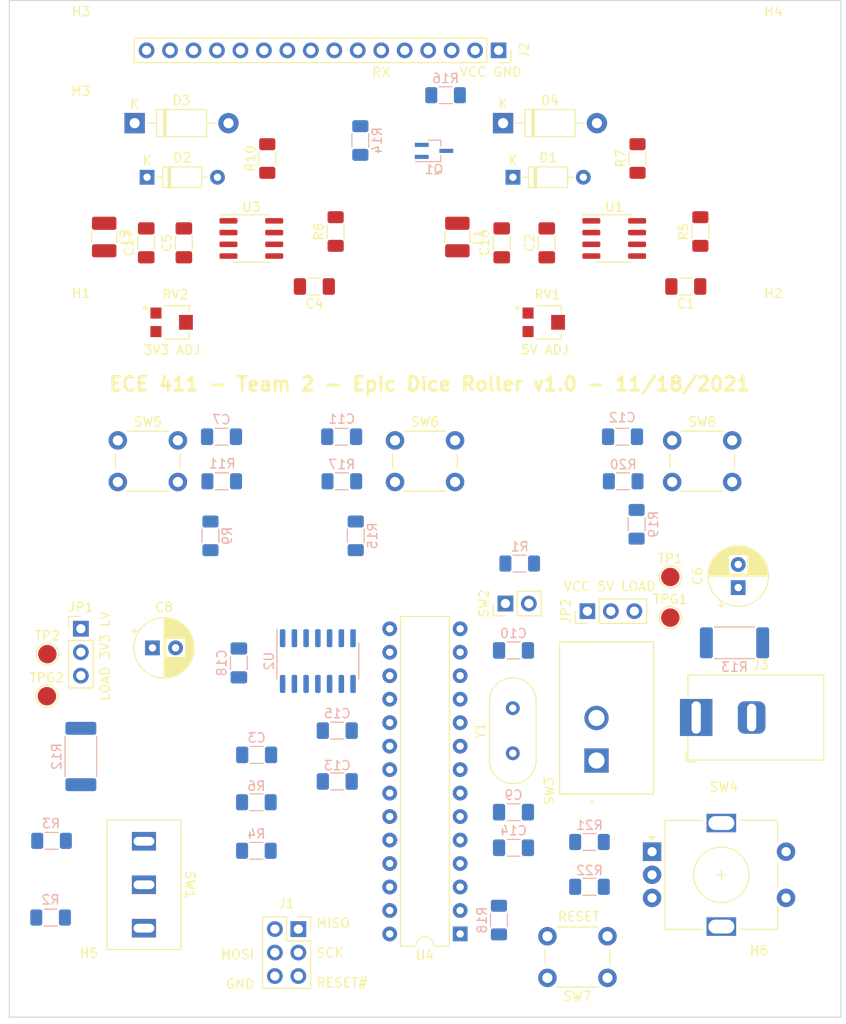
<source format=kicad_pcb>
(kicad_pcb (version 20211014) (generator pcbnew)
  (layers (0 "F.Cu" signal) (31 "B.Cu" signal) (34 "B.Paste" user) (35 "F.Paste" user) (36 "B.SilkS" user "B.Silkscreen") (37 "F.SilkS" user "F.Silkscreen") (38 "B.Mask" user) (39 "F.Mask" user) (44 "Edge.Cuts" user))
  (net 0 "")
  (net 1 "GND")
  (net 2 "Net-(D2-Pad1)")
  (net 3 "Net-(C9-Pad2)")
  (net 4 "VCC")
  (net 5 "Net-(D1-Pad1)")
  (net 6 "Net-(D1-Pad2)")
  (net 7 "Net-(D2-Pad2)")
  (net 8 "IO12_MISO_PB4")
  (net 9 "/Vin")
  (net 10 "IO13_SCK_PB5")
  (net 11 "IO11_MOSI_PB3")
  (net 12 "RESET#")
  (net 16 "IO8_PB0")
  (net 27 "IO9_PB1")
  (net 28 "AD1_PC1")
  (net 29 "AD0_PC0")
  (net 30 "Net-(R4-Pad2)")
  (net 31 "Net-(C2-Pad1)")
  (net 32 "Net-(R15-Pad2)")
  (net 33 "IO3_PD3")
  (net 34 "IO2_PD2")
  (net 35 "IO4_PD4")
  (net 36 "IO5_PD5")
  (net 37 "IO6_PD6")
  (net 38 "IO7_PD7")
  (net 39 "IO0_RX_PD0")
  (net 40 "IO10_SS_PB2")
  (net 41 "IO1_TX_PD1")
  (net 42 "AD2_PC2")
  (net 43 "AD3_PC3")
  (net 44 "AD4_PC4")
  (net 45 "AD5_PC5")
  (net 46 "+BATT")
  (net 47 "Net-(C5-Pad1)")
  (net 48 "Net-(C10-Pad2)")
  (net 49 "Net-(C13-Pad2)")
  (net 51 "LCD_RX")
  (net 52 "+3V3")
  (net 53 "Net-(R5-Pad2)")
  (net 54 "Net-(R8-Pad2)")
  (net 55 "Net-(R11-Pad1)")
  (net 56 "Net-(R19-Pad2)")
  (net 57 "Net-(RV1-Pad2)")
  (net 58 "Net-(RV2-Pad2)")
  (net 61 "/EncDebnc")
  (net 62 "/LeftDebn")
  (net 63 "/MidDebn")
  (net 64 "/RigDebn")
  (net 65 "Net-(R21-Pad1)")
  (net 66 "Net-(R22-Pad2)")
  (net 67 "/Load_3V3")
  (net 68 "/Load_VCC")
  (net 69 "/3V3")
  (footprint "MountingHole:MountingHole_3.2mm_M3" (layer "F.Cu") (at 179.7 55.9)
    (fp_text reference "H2" (at 0 -4.2) (layer "F.SilkS"))
    (fp_text value "MountingHole")
    (pad "" np_thru_hole circle locked (at 0 0) (size 3.2 3.2) (drill 3.2) (layers *.Cu *.Mask))
  )
  (footprint "Resistor_SMD:R_1206_3216Metric_Pad1.30x1.75mm_HandSolder" (layer "F.Cu") (at 132.325 45 90)
    (fp_text reference "R8" (at 0 -1.82 90) (layer "F.SilkS"))
    (fp_text value "0.33")
    (pad "1" smd roundrect locked (at -1.55 0 90) (size 1.3 1.75) (layers "F.Cu" "F.Paste" "F.Mask") (roundrect_rratio 0.192308) (net 9 "/Vin"))
    (pad "2" smd roundrect locked (at 1.55 0 90) (size 1.3 1.75) (layers "F.Cu" "F.Paste" "F.Mask") (roundrect_rratio 0.192308) (net 54 "Net-(R8-Pad2)"))
  )
  (footprint "Button_Switch_THT:SW_PUSH_6mm_H5mm" (layer "F.Cu") (at 168.75 67.6)
    (fp_text reference "SW8" (at 3.25 -2) (layer "F.SilkS"))
    (fp_text value "SW_RightMenu")
    (pad "1" thru_hole circle locked (at 6.5 0 90) (size 2 2) (drill 1.1) (layers *.Cu *.Mask) (net 1 "GND"))
    (pad "1" thru_hole circle locked (at 0 0 90) (size 2 2) (drill 1.1) (layers *.Cu *.Mask) (net 1 "GND"))
    (pad "2" thru_hole circle locked (at 0 4.5 90) (size 2 2) (drill 1.1) (layers *.Cu *.Mask) (net 56 "Net-(R19-Pad2)"))
    (pad "2" thru_hole circle locked (at 6.5 4.5 90) (size 2 2) (drill 1.1) (layers *.Cu *.Mask) (net 56 "Net-(R19-Pad2)"))
  )
  (footprint "Library:BarrelJack_CUI_PJ-037A_Horizontal" (layer "F.Cu") (at 171.35 97.5825 180)
    (fp_text reference "J3" (at -6.985 5.715) (layer "F.SilkS"))
    (fp_text value "Barrel_Jack")
    (pad "1" thru_hole rect (at 0 0 180) (size 3.5 4) (drill oval 1 3.5) (layers *.Cu *.Mask) (net 46 "+BATT"))
    (pad "2" thru_hole roundrect (at -6 0 180) (size 3 3.5) (drill oval 1 3) (layers *.Cu *.Mask) (net 1 "GND"))
  )
  (footprint "Package_SO:SOIC-8_3.9x4.9mm_P1.27mm" (layer "F.Cu") (at 123.2 45.75)
    (fp_text reference "U3" (at 0 -3.4) (layer "F.SilkS"))
    (fp_text value "MC34063AD")
    (pad "1" smd roundrect locked (at -2.475 -1.905) (size 1.95 0.6) (layers "F.Cu" "F.Paste" "F.Mask") (net 54 "Net-(R8-Pad2)"))
    (pad "2" smd roundrect locked (at -2.475 -0.635) (size 1.95 0.6) (layers "F.Cu" "F.Paste" "F.Mask") (net 2 "Net-(D2-Pad1)"))
    (pad "3" smd roundrect locked (at -2.475 0.635) (size 1.95 0.6) (layers "F.Cu" "F.Paste" "F.Mask") (net 47 "Net-(C5-Pad1)"))
    (pad "4" smd roundrect locked (at -2.475 1.905) (size 1.95 0.6) (layers "F.Cu" "F.Paste" "F.Mask") (net 1 "GND"))
    (pad "5" smd roundrect locked (at 2.475 1.905) (size 1.95 0.6) (layers "F.Cu" "F.Paste" "F.Mask") (net 58 "Net-(RV2-Pad2)"))
    (pad "6" smd roundrect locked (at 2.475 0.635) (size 1.95 0.6) (layers "F.Cu" "F.Paste" "F.Mask") (net 9 "/Vin"))
    (pad "7" smd roundrect locked (at 2.475 -0.635) (size 1.95 0.6) (layers "F.Cu" "F.Paste" "F.Mask") (net 54 "Net-(R8-Pad2)"))
    (pad "8" smd roundrect locked (at 2.475 -1.905) (size 1.95 0.6) (layers "F.Cu" "F.Paste" "F.Mask") (net 54 "Net-(R8-Pad2)"))
  )
  (footprint "Button_Switch_THT:SW_PUSH_6mm_H5mm" (layer "F.Cu") (at 138.75 67.6)
    (fp_text reference "SW6" (at 3.25 -2) (layer "F.SilkS"))
    (fp_text value "SW_MidMenu")
    (pad "1" thru_hole circle locked (at 0 0 90) (size 2 2) (drill 1.1) (layers *.Cu *.Mask) (net 1 "GND"))
    (pad "1" thru_hole circle locked (at 6.5 0 90) (size 2 2) (drill 1.1) (layers *.Cu *.Mask) (net 1 "GND"))
    (pad "2" thru_hole circle locked (at 0 4.5 90) (size 2 2) (drill 1.1) (layers *.Cu *.Mask) (net 32 "Net-(R15-Pad2)"))
    (pad "2" thru_hole circle locked (at 6.5 4.5 90) (size 2 2) (drill 1.1) (layers *.Cu *.Mask) (net 32 "Net-(R15-Pad2)"))
  )
  (footprint "Inductor_SMD:L_1210_3225Metric_Pad1.42x2.65mm_HandSolder" (layer "F.Cu") (at 107.275 45.595 -90)
    (fp_text reference "L2" (at 0 -2.28 -90) (layer "F.SilkS"))
    (fp_text value "100u")
    (pad "1" smd roundrect locked (at -1.4875 0 270) (size 1.425 2.65) (layers "F.Cu" "F.Paste" "F.Mask") (roundrect_rratio 0.175439) (net 2 "Net-(D2-Pad1)"))
    (pad "2" smd roundrect locked (at 1.4875 0 270) (size 1.425 2.65) (layers "F.Cu" "F.Paste" "F.Mask") (roundrect_rratio 0.175439) (net 69 "/3V3"))
  )
  (footprint "Resistor_SMD:R_1206_3216Metric_Pad1.30x1.75mm_HandSolder" (layer "F.Cu") (at 165 37.1 90)
    (fp_text reference "R7" (at 0 -1.82 90) (layer "F.SilkS"))
    (fp_text value "68")
    (pad "1" smd roundrect locked (at -1.55 0 90) (size 1.3 1.75) (layers "F.Cu" "F.Paste" "F.Mask") (roundrect_rratio 0.192308) (net 6 "Net-(D1-Pad2)"))
    (pad "2" smd roundrect locked (at 1.55 0 90) (size 1.3 1.75) (layers "F.Cu" "F.Paste" "F.Mask") (roundrect_rratio 0.192308) (net 1 "GND"))
  )
  (footprint "Diode_THT:D_DO-41_SOD81_P10.16mm_Horizontal" (layer "F.Cu") (at 150.445 33.275)
    (fp_text reference "D4" (at 5.08 -2.47) (layer "F.SilkS"))
    (fp_text value "SB140TA")
    (fp_text user "K" (at 0 -2.1) (layer "F.SilkS"))
    (pad "1" thru_hole rect locked (at 0 0) (size 2.2 2.2) (drill 1.1) (layers *.Cu *.Mask) (net 5 "Net-(D1-Pad1)"))
    (pad "2" thru_hole oval locked (at 10.16 0) (size 2.2 2.2) (drill 1.1) (layers *.Cu *.Mask) (net 1 "GND"))
  )
  (footprint "Capacitor_SMD:C_1206_3216Metric_Pad1.33x1.80mm_HandSolder" (layer "F.Cu") (at 150.3 46.225 90)
    (fp_text reference "C16" (at 0 -1.85 90) (layer "F.SilkS"))
    (fp_text value "10u")
    (pad "1" smd roundrect locked (at -1.5625 0 90) (size 1.325 1.8) (layers "F.Cu" "F.Paste" "F.Mask") (roundrect_rratio 0.188679) (net 4 "VCC"))
    (pad "2" smd roundrect locked (at 1.5625 0 90) (size 1.325 1.8) (layers "F.Cu" "F.Paste" "F.Mask") (roundrect_rratio 0.188679) (net 1 "GND"))
  )
  (footprint "TestPoint:TestPoint_Pad_D2.0mm" (layer "F.Cu") (at 168.55 82.375)
    (fp_text reference "TP1" (at 0 -1.998) (layer "F.SilkS"))
    (fp_text value "TestPointVCC")
    (pad "1" smd circle locked (at 0 0) (size 2 2) (layers "F.Cu" "F.Mask") (net 4 "VCC"))
  )
  (footprint "Capacitor_SMD:C_1206_3216Metric_Pad1.33x1.80mm_HandSolder" (layer "F.Cu") (at 155.175 46.225 90)
    (fp_text reference "C2" (at 0 -1.85 90) (layer "F.SilkS"))
    (fp_text value "470p")
    (pad "1" smd roundrect locked (at -1.5625 0 90) (size 1.325 1.8) (layers "F.Cu" "F.Paste" "F.Mask") (roundrect_rratio 0.188679) (net 31 "Net-(C2-Pad1)"))
    (pad "2" smd roundrect locked (at 1.5625 0 90) (size 1.325 1.8) (layers "F.Cu" "F.Paste" "F.Mask") (roundrect_rratio 0.188679) (net 1 "GND"))
  )
  (footprint "Resistor_SMD:R_1206_3216Metric_Pad1.30x1.75mm_HandSolder" (layer "F.Cu") (at 171.8 45 90)
    (fp_text reference "R5" (at 0 -1.82 90) (layer "F.SilkS"))
    (fp_text value "0.33")
    (pad "1" smd roundrect locked (at -1.55 0 90) (size 1.3 1.75) (layers "F.Cu" "F.Paste" "F.Mask") (roundrect_rratio 0.192308) (net 9 "/Vin"))
    (pad "2" smd roundrect locked (at 1.55 0 90) (size 1.3 1.75) (layers "F.Cu" "F.Paste" "F.Mask") (roundrect_rratio 0.192308) (net 53 "Net-(R5-Pad2)"))
  )
  (footprint "Library:TRIM_TC33X-2-502E" (layer "F.Cu") (at 114.675 54.825)
    (fp_text reference "RV2" (at 0.294315 -3.008465) (layer "F.SilkS") (effects (font (size 1.000165 1.000165))))
    (fp_text value "5k")
    (pad "1" smd rect locked (at -1.8 -1) (size 1.2 1.2) (layers "F.Cu" "F.Paste" "F.Mask") (net 69 "/3V3"))
    (pad "2" smd rect locked (at 1.45 0) (size 1.5 1.6) (layers "F.Cu" "F.Paste" "F.Mask") (net 58 "Net-(RV2-Pad2)"))
    (pad "3" smd rect locked (at -1.8 1) (size 1.2 1.2) (layers "F.Cu" "F.Paste" "F.Mask") (net 1 "GND"))
  )
  (footprint "TestPoint:TestPoint_Pad_D2.0mm" (layer "F.Cu") (at 168.55 86.775)
    (fp_text reference "TPG1" (at 0 -1.998) (layer "F.SilkS"))
    (fp_text value "TestPointGND")
    (pad "1" smd circle locked (at 0 0) (size 2 2) (layers "F.Cu" "F.Mask") (net 1 "GND"))
  )
  (footprint "Package_DIP:DIP-28_W7.62mm" (layer "F.Cu") (at 145.8 121 180)
    (fp_text reference "U4" (at 3.81 -2.33) (layer "F.SilkS"))
    (fp_text value "ATmega328P-P")
    (pad "1" thru_hole rect locked (at 0 0 180) (size 1.6 1.6) (drill 0.8) (layers *.Cu *.Mask) (net 12 "RESET#"))
    (pad "2" thru_hole oval locked (at 0 2.54 180) (size 1.6 1.6) (drill 0.8) (layers *.Cu *.Mask) (net 39 "IO0_RX_PD0"))
    (pad "3" thru_hole oval locked (at 0 5.08 180) (size 1.6 1.6) (drill 0.8) (layers *.Cu *.Mask) (net 41 "IO1_TX_PD1"))
    (pad "4" thru_hole oval locked (at 0 7.62 180) (size 1.6 1.6) (drill 0.8) (layers *.Cu *.Mask) (net 34 "IO2_PD2"))
    (pad "5" thru_hole oval locked (at 0 10.16 180) (size 1.6 1.6) (drill 0.8) (layers *.Cu *.Mask) (net 33 "IO3_PD3"))
    (pad "6" thru_hole oval locked (at 0 12.7 180) (size 1.6 1.6) (drill 0.8) (layers *.Cu *.Mask) (net 35 "IO4_PD4"))
    (pad "7" thru_hole oval locked (at 0 15.24 180) (size 1.6 1.6) (drill 0.8) (layers *.Cu *.Mask) (net 4 "VCC"))
    (pad "8" thru_hole oval locked (at 0 17.78 180) (size 1.6 1.6) (drill 0.8) (layers *.Cu *.Mask) (net 1 "GND"))
    (pad "9" thru_hole oval locked (at 0 20.32 180) (size 1.6 1.6) (drill 0.8) (layers *.Cu *.Mask) (net 3 "Net-(C9-Pad2)"))
    (pad "10" thru_hole oval locked (at 0 22.86 180) (size 1.6 1.6) (drill 0.8) (layers *.Cu *.Mask) (net 48 "Net-(C10-Pad2)"))
    (pad "11" thru_hole oval locked (at 0 25.4 180) (size 1.6 1.6) (drill 0.8) (layers *.Cu *.Mask) (net 36 "IO5_PD5"))
    (pad "12" thru_hole oval locked (at 0 27.94 180) (size 1.6 1.6) (drill 0.8) (layers *.Cu *.Mask) (net 37 "IO6_PD6"))
    (pad "13" thru_hole oval locked (at 0 30.48 180) (size 1.6 1.6) (drill 0.8) (layers *.Cu *.Mask) (net 38 "IO7_PD7"))
    (pad "14" thru_hole oval locked (at 0 33.02 180) (size 1.6 1.6) (drill 0.8) (layers *.Cu *.Mask) (net 16 "IO8_PB0"))
    (pad "15" thru_hole oval locked (at 7.62 33.02 180) (size 1.6 1.6) (drill 0.8) (layers *.Cu *.Mask) (net 27 "IO9_PB1"))
    (pad "16" thru_hole oval locked (at 7.62 30.48 180) (size 1.6 1.6) (drill 0.8) (layers *.Cu *.Mask) (net 40 "IO10_SS_PB2"))
    (pad "17" thru_hole oval locked (at 7.62 27.94 180) (size 1.6 1.6) (drill 0.8) (layers *.Cu *.Mask) (net 11 "IO11_MOSI_PB3"))
    (pad "18" thru_hole oval locked (at 7.62 25.4 180) (size 1.6 1.6) (drill 0.8) (layers *.Cu *.Mask) (net 8 "IO12_MISO_PB4"))
    (pad "19" thru_hole oval locked (at 7.62 22.86 180) (size 1.6 1.6) (drill 0.8) (layers *.Cu *.Mask) (net 10 "IO13_SCK_PB5"))
    (pad "20" thru_hole oval locked (at 7.62 20.32 180) (size 1.6 1.6) (drill 0.8) (layers *.Cu *.Mask) (net 4 "VCC"))
    (pad "21" thru_hole oval locked (at 7.62 17.78 180) (size 1.6 1.6) (drill 0.8) (layers *.Cu *.Mask) (net 49 "Net-(C13-Pad2)"))
    (pad "22" thru_hole oval locked (at 7.62 15.24 180) (size 1.6 1.6) (drill 0.8) (layers *.Cu *.Mask) (net 1 "GND"))
    (pad "23" thru_hole oval locked (at 7.62 12.7 180) (size 1.6 1.6) (drill 0.8) (layers *.Cu *.Mask) (net 29 "AD0_PC0"))
    (pad "24" thru_hole oval locked (at 7.62 10.16 180) (size 1.6 1.6) (drill 0.8) (layers *.Cu *.Mask) (net 28 "AD1_PC1"))
    (pad "25" thru_hole oval locked (at 7.62 7.62 180) (size 1.6 1.6) (drill 0.8) (layers *.Cu *.Mask) (net 42 "AD2_PC2"))
    (pad "26" thru_hole oval locked (at 7.62 5.08 180) (size 1.6 1.6) (drill 0.8) (layers *.Cu *.Mask) (net 43 "AD3_PC3"))
    (pad "27" thru_hole oval locked (at 7.62 2.54 180) (size 1.6 1.6) (drill 0.8) (layers *.Cu *.Mask) (net 44 "AD4_PC4"))
    (pad "28" thru_hole oval locked (at 7.62 0 180) (size 1.6 1.6) (drill 0.8) (layers *.Cu *.Mask) (net 45 "AD5_PC5"))
  )
  (footprint "MountingHole:MountingHole_3.2mm_M3" (layer "F.Cu") (at 101.6 125.7)
    (fp_text reference "H5" (at 4.025 -2.625) (layer "F.SilkS"))
    (fp_text value "MountingHole")
    (pad "" np_thru_hole circle locked (at 0 0) (size 3.2 3.2) (drill 3.2) (layers *.Cu *.Mask))
  )
  (footprint "Inductor_SMD:L_1210_3225Metric_Pad1.42x2.65mm_HandSolder" (layer "F.Cu") (at 145.5 45.595 -90)
    (fp_text reference "L1" (at 0 -2.28 -90) (layer "F.SilkS"))
    (fp_text value "100u")
    (pad "1" smd roundrect locked (at -1.4875 0 270) (size 1.425 2.65) (layers "F.Cu" "F.Paste" "F.Mask") (roundrect_rratio 0.175439) (net 5 "Net-(D1-Pad1)"))
    (pad "2" smd roundrect locked (at 1.4875 0 270) (size 1.425 2.65) (layers "F.Cu" "F.Paste" "F.Mask") (roundrect_rratio 0.175439) (net 4 "VCC"))
  )
  (footprint "MountingHole:MountingHole_3.2mm_M3" (layer "F.Cu") (at 179.7 25.4)
    (fp_text reference "H4" (at 0 -4.2) (layer "F.SilkS"))
    (fp_text value "MountingHole")
    (pad "" np_thru_hole circle locked (at 0 0) (size 3.2 3.2) (drill 3.2) (layers *.Cu *.Mask))
  )
  (footprint "Capacitor_THT:CP_Radial_D6.3mm_P2.50mm" (layer "F.Cu") (at 112.5 90.044887)
    (fp_text reference "C8" (at 1.25 -4.4) (layer "F.SilkS"))
    (fp_text value "470u")
    (pad "1" thru_hole rect locked (at 0 0) (size 1.6 1.6) (drill 0.8) (layers *.Cu *.Mask) (net 69 "/3V3"))
    (pad "2" thru_hole circle locked (at 2.5 0) (size 1.6 1.6) (drill 0.8) (layers *.Cu *.Mask) (net 1 "GND"))
  )
  (footprint "Diode_THT:D_DO-41_SOD81_P10.16mm_Horizontal" (layer "F.Cu") (at 110.57 33.275)
    (fp_text reference "D3" (at 5.08 -2.47) (layer "F.SilkS"))
    (fp_text value "SB140TA")
    (fp_text user "K" (at 0 -2.1) (layer "F.SilkS"))
    (pad "1" thru_hole rect locked (at 0 0) (size 2.2 2.2) (drill 1.1) (layers *.Cu *.Mask) (net 2 "Net-(D2-Pad1)"))
    (pad "2" thru_hole oval locked (at 10.16 0) (size 2.2 2.2) (drill 1.1) (layers *.Cu *.Mask) (net 1 "GND"))
  )
  (footprint "Capacitor_THT:CP_Radial_D6.3mm_P2.50mm" (layer "F.Cu") (at 175.9 83.525 90)
    (fp_text reference "C6" (at 1.25 -4.4 90) (layer "F.SilkS"))
    (fp_text value "470u")
    (pad "1" thru_hole rect locked (at 0 0 90) (size 1.6 1.6) (drill 0.8) (layers *.Cu *.Mask) (net 4 "VCC"))
    (pad "2" thru_hole circle locked (at 2.5 0 90) (size 1.6 1.6) (drill 0.8) (layers *.Cu *.Mask) (net 1 "GND"))
  )
  (footprint "Crystal:Crystal_HC49-4H_Vertical" (layer "F.Cu") (at 151.5 101.45 90)
    (fp_text reference "Y1" (at 2.44 -3.525 90) (layer "F.SilkS"))
    (fp_text value "Crystal_16MHz")
    (pad "1" thru_hole circle locked (at 0 0 90) (size 1.5 1.5) (drill 0.8) (layers *.Cu *.Mask) (net 3 "Net-(C9-Pad2)"))
    (pad "2" thru_hole circle locked (at 4.88 0 90) (size 1.5 1.5) (drill 0.8) (layers *.Cu *.Mask) (net 48 "Net-(C10-Pad2)"))
  )
  (footprint "GF-123-0054:SW_GF-123-0054" (layer "F.Cu") (at 161.65 97.6325 90)
    (fp_text reference "SW3" (at -7.8925 -6.2 90) (layer "F.SilkS"))
    (fp_text value "SW_Power")
    (pad "1" thru_hole rect locked (at -4.6 -1.09 90) (size 2.625 2.625) (drill 1.75) (layers *.Cu *.Mask) (net 46 "+BATT"))
    (pad "2" thru_hole circle locked (at 0 -1.09 90) (size 2.625 2.625) (drill 1.75) (layers *.Cu *.Mask) (net 9 "/Vin"))
  )
  (footprint "Connector_PinSocket_2.54mm:PinSocket_2x03_P2.54mm_Vertical" (layer "F.Cu") (at 128.29 120.475)
    (fp_text reference "J1" (at -1.27 -2.77) (layer "F.SilkS"))
    (fp_text value "Conn_02x03_Odd_Even")
    (pad "1" thru_hole rect locked (at 0 0) (size 1.7 1.7) (drill 1) (layers *.Cu *.Mask) (net 8 "IO12_MISO_PB4"))
    (pad "2" thru_hole oval locked (at -2.54 0) (size 1.7 1.7) (drill 1) (layers *.Cu *.Mask))
    (pad "3" thru_hole oval locked (at 0 2.54) (size 1.7 1.7) (drill 1) (layers *.Cu *.Mask) (net 10 "IO13_SCK_PB5"))
    (pad "4" thru_hole oval locked (at -2.54 2.54) (size 1.7 1.7) (drill 1) (layers *.Cu *.Mask) (net 11 "IO11_MOSI_PB3"))
    (pad "5" thru_hole oval locked (at 0 5.08) (size 1.7 1.7) (drill 1) (layers *.Cu *.Mask) (net 12 "RESET#"))
    (pad "6" thru_hole oval locked (at -2.54 5.08) (size 1.7 1.7) (drill 1) (layers *.Cu *.Mask) (net 1 "GND"))
  )
  (footprint "Diode_THT:D_DO-35_SOD27_P7.62mm_Horizontal" (layer "F.Cu") (at 111.915 39.125)
    (fp_text reference "D2" (at 3.81 -2.12) (layer "F.SilkS"))
    (fp_text value "BZX55C3V9")
    (fp_text user "K" (at 0 -1.8) (layer "F.SilkS"))
    (pad "1" thru_hole rect locked (at 0 0) (size 1.6 1.6) (drill 0.8) (layers *.Cu *.Mask) (net 2 "Net-(D2-Pad1)"))
    (pad "2" thru_hole oval locked (at 7.62 0) (size 1.6 1.6) (drill 0.8) (layers *.Cu *.Mask) (net 7 "Net-(D2-Pad2)"))
  )
  (footprint "Rotary_Encoder:RotaryEncoder_Alps_EC11E-Switch_Vertical_H20mm" (layer "F.Cu") (at 166.575 112.1)
    (fp_text reference "SW4" (at 7.785 -7.005) (layer "F.SilkS"))
    (fp_text value "RotaryEncoder_Switch")
    (pad "A" thru_hole rect locked (at 0 0) (size 2 2) (drill 1) (layers *.Cu *.Mask) (net 65 "Net-(R21-Pad1)"))
    (pad "B" thru_hole circle locked (at 0 5) (size 2 2) (drill 1) (layers *.Cu *.Mask) (net 66 "Net-(R22-Pad2)"))
    (pad "C" thru_hole circle locked (at 0 2.5) (size 2 2) (drill 1) (layers *.Cu *.Mask) (net 1 "GND"))
    (pad "MP" thru_hole rect locked (at 7.5 8.1) (size 3.2 2) (drill oval 2.8 1.5) (layers *.Cu *.Mask) (net 1 "GND"))
    (pad "MP" thru_hole rect locked (at 7.5 -3.1) (size 3.2 2) (drill oval 2.8 1.5) (layers *.Cu *.Mask) (net 1 "GND"))
    (pad "S1" thru_hole circle locked (at 14.5 5) (size 2 2) (drill 1) (layers *.Cu *.Mask) (net 30 "Net-(R4-Pad2)"))
    (pad "S2" thru_hole circle locked (at 14.5 0) (size 2 2) (drill 1) (layers *.Cu *.Mask) (net 1 "GND"))
  )
  (footprint "TestPoint:TestPoint_Pad_D2.0mm" (layer "F.Cu") (at 101.125 90.725)
    (fp_text reference "TP2" (at 0 -1.998) (layer "F.SilkS"))
    (fp_text value "TestPoint3V3")
    (pad "1" smd circle locked (at 0 0) (size 2 2) (layers "F.Cu" "F.Mask") (net 69 "/3V3"))
  )
  (footprint "Connector_PinHeader_2.54mm:PinHeader_1x03_P2.54mm_Vertical" (layer "F.Cu") (at 104.75 87.975)
    (fp_text reference "JP1" (at 0 -2.33) (layer "F.SilkS"))
    (fp_text value "Jumper_3_Open")
    (pad "1" thru_hole rect locked (at 0 0) (size 1.7 1.7) (drill 1) (layers *.Cu *.Mask) (net 52 "+3V3"))
    (pad "2" thru_hole oval locked (at 0 2.54) (size 1.7 1.7) (drill 1) (layers *.Cu *.Mask) (net 69 "/3V3"))
    (pad "3" thru_hole oval locked (at 0 5.08) (size 1.7 1.7) (drill 1) (layers *.Cu *.Mask) (net 67 "/Load_3V3"))
  )
  (footprint "Capacitor_SMD:C_1206_3216Metric_Pad1.33x1.80mm_HandSolder" (layer "F.Cu") (at 170.225 50.95 180)
    (fp_text reference "C1" (at 0 -1.85) (layer "F.SilkS"))
    (fp_text value "100u")
    (pad "1" smd roundrect locked (at -1.5625 0 180) (size 1.325 1.8) (layers "F.Cu" "F.Paste" "F.Mask") (roundrect_rratio 0.188679) (net 9 "/Vin"))
    (pad "2" smd roundrect locked (at 1.5625 0 180) (size 1.325 1.8) (layers "F.Cu" "F.Paste" "F.Mask") (roundrect_rratio 0.188679) (net 1 "GND"))
  )
  (footprint "Button_Switch_THT:SW_PUSH_6mm_H5mm" (layer "F.Cu") (at 108.75 67.6)
    (fp_text reference "SW5" (at 3.25 -2) (layer "F.SilkS"))
    (fp_text value "SW_LeftMenu")
    (pad "1" thru_hole circle locked (at 0 0 90) (size 2 2) (drill 1.1) (layers *.Cu *.Mask) (net 1 "GND"))
    (pad "1" thru_hole circle locked (at 6.5 0 90) (size 2 2) (drill 1.1) (layers *.Cu *.Mask) (net 1 "GND"))
    (pad "2" thru_hole circle locked (at 6.5 4.5 90) (size 2 2) (drill 1.1) (layers *.Cu *.Mask) (net 55 "Net-(R11-Pad1)"))
    (pad "2" thru_hole circle locked (at 0 4.5 90) (size 2 2) (drill 1.1) (layers *.Cu *.Mask) (net 55 "Net-(R11-Pad1)"))
  )
  (footprint "TestPoint:TestPoint_Pad_D2.0mm" (layer "F.Cu") (at 101.075 95.275)
    (fp_text reference "TPG2" (at 0 -1.998) (layer "F.SilkS"))
    (fp_text value "TestPointGND")
    (pad "1" smd circle locked (at 0 0) (size 2 2) (layers "F.Cu" "F.Mask") (net 1 "GND"))
  )
  (footprint "MountingHole:MountingHole_3.2mm_M3" (layer "F.Cu") (at 104.775 55.875)
    (fp_text reference "H1" (at 0 -4.2) (layer "F.SilkS"))
    (fp_text value "MountingHole")
    (pad "" np_thru_hole circle locked (at 0 0) (size 3.2 3.2) (drill 3.2) (layers *.Cu *.Mask))
  )
  (footprint "Connector_PinHeader_2.54mm:PinHeader_1x03_P2.54mm_Vertical" (layer "F.Cu") (at 159.575 86.075 90)
    (fp_text reference "JP2" (at 0 -2.33 90) (layer "F.SilkS"))
    (fp_text value "Jumper_3_Open")
    (pad "1" thru_hole rect locked (at 0 0 90) (size 1.7 1.7) (drill 1) (layers *.Cu *.Mask) (net 4 "VCC"))
    (pad "2" thru_hole oval locked (at 0 2.54 90) (size 1.7 1.7) (drill 1) (layers *.Cu *.Mask) (net 4 "VCC"))
    (pad "3" thru_hole oval locked (at 0 5.08 90) (size 1.7 1.7) (drill 1) (layers *.Cu *.Mask) (net 68 "/Load_VCC"))
  )
  (footprint "Library:PinSocket_1x16_P2.54mm_Vertical_LCD" (layer "F.Cu") (at 149.9616 25.4 -90)
    (fp_text reference "J2" (at 0 -2.77 -270) (layer "F.SilkS"))
    (fp_text value "Conn_01x16")
    (pad "1" thru_hole rect (at 0 0 270) (size 1.7 1.7) (drill 1) (layers *.Cu *.Mask) (net 1 "GND"))
    (pad "2" thru_hole oval (at 0 2.54 270) (size 1.7 1.7) (drill 1) (layers *.Cu *.Mask) (net 4 "VCC"))
    (pad "3" thru_hole oval (at 0 5.08 270) (size 1.7 1.7) (drill 1) (layers *.Cu *.Mask))
    (pad "4" thru_hole oval (at 0 7.62 270) (size 1.7 1.7) (drill 1) (layers *.Cu *.Mask))
    (pad "5" thru_hole oval (at 0 10.16 270) (size 1.7 1.7) (drill 1) (layers *.Cu *.Mask))
    (pad "6" thru_hole oval (at 0 12.7 270) (size 1.7 1.7) (drill 1) (layers *.Cu *.Mask) (net 51 "LCD_RX"))
    (pad "7" thru_hole oval (at 0 15.24 270) (size 1.7 1.7) (drill 1) (layers *.Cu *.Mask))
    (pad "8" thru_hole oval (at 0 17.78 270) (size 1.7 1.7) (drill 1) (layers *.Cu *.Mask))
    (pad "9" thru_hole oval (at 0 20.32 270) (size 1.7 1.7) (drill 1) (layers *.Cu *.Mask))
    (pad "10" thru_hole oval (at 0 22.86 270) (size 1.7 1.7) (drill 1) (layers *.Cu *.Mask))
    (pad "11" thru_hole oval (at 0 25.4 270) (size 1.7 1.7) (drill 1) (layers *.Cu *.Mask))
    (pad "12" thru_hole oval (at 0 27.94 270) (size 1.7 1.7) (drill 1) (layers *.Cu *.Mask))
    (pad "13" thru_hole oval (at 0 30.48 270) (size 1.7 1.7) (drill 1) (layers *.Cu *.Mask))
    (pad "14" thru_hole oval (at 0 33.02 270) (size 1.7 1.7) (drill 1) (layers *.Cu *.Mask))
    (pad "15" thru_hole oval (at 0 35.56 270) (size 1.7 1.7) (drill 1) (layers *.Cu *.Mask))
    (pad "16" thru_hole oval (at 0 38.1 270) (size 1.7 1.7) (drill 1) (layers *.Cu *.Mask))
  )
  (footprint "Package_SO:SOIC-8_3.9x4.9mm_P1.27mm" (layer "F.Cu") (at 162.475 45.75)
    (fp_text reference "U1" (at 0 -3.4) (layer "F.SilkS"))
    (fp_text value "MC34063AD")
    (pad "1" smd roundrect locked (at -2.475 -1.905) (size 1.95 0.6) (layers "F.Cu" "F.Paste" "F.Mask") (net 53 "Net-(R5-Pad2)"))
    (pad "2" smd roundrect locked (at -2.475 -0.635) (size 1.95 0.6) (layers "F.Cu" "F.Paste" "F.Mask") (net 5 "Net-(D1-Pad1)"))
    (pad "3" smd roundrect locked (at -2.475 0.635) (size 1.95 0.6) (layers "F.Cu" "F.Paste" "F.Mask") (net 31 "Net-(C2-Pad1)"))
    (pad "4" smd roundrect locked (at -2.475 1.905) (size 1.95 0.6) (layers "F.Cu" "F.Paste" "F.Mask") (net 1 "GND"))
    (pad "5" smd roundrect locked (at 2.475 1.905) (size 1.95 0.6) (layers "F.Cu" "F.Paste" "F.Mask") (net 57 "Net-(RV1-Pad2)"))
    (pad "6" smd roundrect locked (at 2.475 0.635) (size 1.95 0.6) (layers "F.Cu" "F.Paste" "F.Mask") (net 9 "/Vin"))
    (pad "7" smd roundrect locked (at 2.475 -0.635) (size 1.95 0.6) (layers "F.Cu" "F.Paste" "F.Mask") (net 53 "Net-(R5-Pad2)"))
    (pad "8" smd roundrect locked (at 2.475 -1.905) (size 1.95 0.6) (layers "F.Cu" "F.Paste" "F.Mask") (net 53 "Net-(R5-Pad2)"))
  )
  (footprint "MountingHole:MountingHole_3.2mm_M3" (layer "F.Cu") (at 104.775 25.4)
    (fp_text reference "H3" (at 0 -4.2) (layer "F.SilkS"))
    (fp_text value "MountingHole")
    (pad "" np_thru_hole circle locked (at 0 0) (size 3.2 3.2) (drill 3.2) (layers *.Cu *.Mask))
  )
  (footprint "Library:TRIM_TC33X-2-502E" (layer "F.Cu") (at 154.95 54.825)
    (fp_text reference "RV1" (at 0.294315 -3.008465) (layer "F.SilkS") (effects (font (size 1.000165 1.000165))))
    (fp_text value "5k")
    (pad "1" smd rect locked (at -1.8 -1) (size 1.2 1.2) (layers "F.Cu" "F.Paste" "F.Mask") (net 4 "VCC"))
    (pad "2" smd rect locked (at 1.45 0) (size 1.5 1.6) (layers "F.Cu" "F.Paste" "F.Mask") (net 57 "Net-(RV1-Pad2)"))
    (pad "3" smd rect locked (at -1.8 1) (size 1.2 1.2) (layers "F.Cu" "F.Paste" "F.Mask") (net 1 "GND"))
  )
  (footprint "Diode_THT:D_DO-35_SOD27_P7.62mm_Horizontal" (layer "F.Cu") (at 151.515 39.125)
    (fp_text reference "D1" (at 3.81 -2.12) (layer "F.SilkS"))
    (fp_text value "BZX55C5V1")
    (fp_text user "K" (at 0 -1.8) (layer "F.SilkS"))
    (pad "1" thru_hole rect locked (at 0 0) (size 1.6 1.6) (drill 0.8) (layers *.Cu *.Mask) (net 5 "Net-(D1-Pad1)"))
    (pad "2" thru_hole oval locked (at 7.62 0) (size 1.6 1.6) (drill 0.8) (layers *.Cu *.Mask) (net 6 "Net-(D1-Pad2)"))
  )
  (footprint "Capacitor_SMD:C_1206_3216Metric_Pad1.33x1.80mm_HandSolder" (layer "F.Cu") (at 111.825 46.225 90)
    (fp_text reference "C17" (at 0 -1.85 90) (layer "F.SilkS"))
    (fp_text value "10u")
    (pad "1" smd roundrect locked (at -1.5625 0 90) (size 1.325 1.8) (layers "F.Cu" "F.Paste" "F.Mask") (roundrect_rratio 0.188679) (net 69 "/3V3"))
    (pad "2" smd roundrect locked (at 1.5625 0 90) (size 1.325 1.8) (layers "F.Cu" "F.Paste" "F.Mask") (roundrect_rratio 0.188679) (net 1 "GND"))
  )
  (footprint "Connector_PinHeader_2.54mm:PinHeader_1x02_P2.54mm_Vertical" (layer "F.Cu") (at 150.7 85.25 90)
    (fp_text reference "SW2" (at 0 -2.33 90) (layer "F.SilkS"))
    (fp_text value "Tilt_Switch")
    (pad "1" thru_hole rect locked (at 0 0 90) (size 1.7 1.7) (drill 1) (layers *.Cu *.Mask) (net 38 "IO7_PD7"))
    (pad "2" thru_hole oval locked (at 0 2.54 90) (size 1.7 1.7) (drill 1) (layers *.Cu *.Mask) (net 1 "GND"))
  )
  (footprint "Capacitor_SMD:C_1206_3216Metric_Pad1.33x1.80mm_HandSolder" (layer "F.Cu") (at 130.025 50.95 180)
    (fp_text reference "C4" (at 0 -1.85) (layer "F.SilkS"))
    (fp_text value "100u")
    (pad "1" smd roundrect locked (at -1.5625 0 180) (size 1.325 1.8) (layers "F.Cu" "F.Paste" "F.Mask") (roundrect_rratio 0.188679) (net 9 "/Vin"))
    (pad "2" smd roundrect locked (at 1.5625 0 180) (size 1.325 1.8) (layers "F.Cu" "F.Paste" "F.Mask") (roundrect_rratio 0.188679) (net 1 "GND"))
  )
  (footprint "MountingHole:MountingHole_3.2mm_M3" (layer "F.Cu") (at 182.425 125.675)
    (fp_text reference "H6" (at -4.275 -2.875) (layer "F.SilkS"))
    (fp_text value "MountingHole")
    (pad "" np_thru_hole circle locked (at 0 0) (size 3.2 3.2) (drill 3.2) (layers *.Cu *.Mask))
  )
  (footprint "Capacitor_SMD:C_1206_3216Metric_Pad1.33x1.80mm_HandSolder" (layer "F.Cu") (at 115.9 46.225 90)
    (fp_text reference "C5" (at 0 -1.85 90) (layer "F.SilkS"))
    (fp_text value "470p")
    (pad "1" smd roundrect locked (at -1.5625 0 90) (size 1.325 1.8) (layers "F.Cu" "F.Paste" "F.Mask") (roundrect_rratio 0.188679) (net 47 "Net-(C5-Pad1)"))
    (pad "2" smd roundrect locked (at 1.5625 0 90) (size 1.325 1.8) (layers "F.Cu" "F.Paste" "F.Mask") (roundrect_rratio 0.188679) (net 1 "GND"))
  )
  (footprint "Resistor_SMD:R_1206_3216Metric_Pad1.30x1.75mm_HandSolder" (layer "F.Cu") (at 124.925 37.1 90)
    (fp_text reference "R10" (at 0 -1.82 90) (layer "F.SilkS"))
    (fp_text value "120")
    (pad "1" smd roundrect locked (at -1.55 0 90) (size 1.3 1.75) (layers "F.Cu" "F.Paste" "F.Mask") (roundrect_rratio 0.192308) (net 7 "Net-(D2-Pad2)"))
    (pad "2" smd roundrect locked (at 1.55 0 90) (size 1.3 1.75) (layers "F.Cu" "F.Paste" "F.Mask") (roundrect_rratio 0.192308) (net 1 "GND"))
  )
  (footprint "Button_Switch_THT:SW_PUSH_6mm_H5mm" (layer "F.Cu") (at 161.75 125.75 180)
    (fp_text reference "SW7" (at 3.25 -2) (layer "F.SilkS"))
    (fp_text value "SW_Reset")
    (pad "1" thru_hole circle locked (at 0 0 270) (size 2 2) (drill 1.1) (layers *.Cu *.Mask) (net 1 "GND"))
    (pad "1" thru_hole circle locked (at 6.5 0 270) (size 2 2) (drill 1.1) (layers *.Cu *.Mask) (net 1 "GND"))
    (pad "2" thru_hole circle locked (at 6.5 4.5 270) (size 2 2) (drill 1.1) (layers *.Cu *.Mask) (net 12 "RESET#"))
    (pad "2" thru_hole circle locked (at 0 4.5 270) (size 2 2) (drill 1.1) (layers *.Cu *.Mask) (net 12 "RESET#"))
  )
  (footprint "Library:GoldSun_MTS103_Mini_Toggle_Switch" (layer "F.Cu") (at 111.575 115.675 -90)
    (fp_text reference "SW1" (at 0 -5 -90 unlocked) (layer "F.SilkS"))
    (fp_text value "SW_Toggle_SPDT")
    (pad "1" thru_hole rect (at -4.7 0 270) (size 2 2.6) (drill oval 0.95 2.25) (layers *.Cu *.Mask) (net 42 "AD2_PC2"))
    (pad "2" thru_hole rect (at 0 0 270) (size 2 2.6) (drill oval 0.95 2.25) (layers *.Cu *.Mask) (net 1 "GND"))
    (pad "3" thru_hole rect (at 4.7 0 270) (size 2 2.6) (drill oval 0.95 2.25) (layers *.Cu *.Mask) (net 43 "AD3_PC3"))
  )
  (footprint "Resistor_SMD:R_1206_3216Metric_Pad1.30x1.75mm_HandSolder" (layer "B.Cu") (at 119.995 72.025)
    (fp_text reference "R11" (at 0.055 -1.9) (layer "B.SilkS") (effects (justify mirror)))
    (fp_text value "1k")
    (pad "1" smd roundrect locked (at -1.55 0) (size 1.3 1.75) (layers "B.Cu" "B.Paste" "B.Mask") (roundrect_rratio 0.192308) (net 55 "Net-(R11-Pad1)"))
    (pad "2" smd roundrect locked (at 1.55 0) (size 1.3 1.75) (layers "B.Cu" "B.Paste" "B.Mask") (roundrect_rratio 0.192308) (net 62 "/LeftDebn"))
  )
  (footprint "Capacitor_SMD:C_1206_3216Metric_Pad1.33x1.80mm_HandSolder" (layer "B.Cu") (at 119.975 67.2 180)
    (fp_text reference "C7" (at 0 1.85) (layer "B.SilkS") (effects (justify mirror)))
    (fp_text value "10u")
    (pad "1" smd roundrect locked (at -1.5625 0 180) (size 1.325 1.8) (layers "B.Cu" "B.Paste" "B.Mask") (roundrect_rratio 0.188679) (net 62 "/LeftDebn"))
    (pad "2" smd roundrect locked (at 1.5625 0 180) (size 1.325 1.8) (layers "B.Cu" "B.Paste" "B.Mask") (roundrect_rratio 0.188679) (net 1 "GND"))
  )
  (footprint "Capacitor_SMD:C_1206_3216Metric_Pad1.33x1.80mm_HandSolder" (layer "B.Cu") (at 132.975 67.2)
    (fp_text reference "C11" (at 0 -1.925) (layer "B.SilkS") (effects (justify mirror)))
    (fp_text value "10u")
    (pad "1" smd roundrect locked (at -1.5625 0) (size 1.325 1.8) (layers "B.Cu" "B.Paste" "B.Mask") (roundrect_rratio 0.188679) (net 63 "/MidDebn"))
    (pad "2" smd roundrect locked (at 1.5625 0) (size 1.325 1.8) (layers "B.Cu" "B.Paste" "B.Mask") (roundrect_rratio 0.188679) (net 1 "GND"))
  )
  (footprint "Capacitor_SMD:C_1206_3216Metric_Pad1.33x1.80mm_HandSolder" (layer "B.Cu") (at 163.375 67.2)
    (fp_text reference "C12" (at -0.03 -2.075) (layer "B.SilkS") (effects (justify mirror)))
    (fp_text value "10u")
    (pad "1" smd roundrect locked (at -1.5625 0) (size 1.325 1.8) (layers "B.Cu" "B.Paste" "B.Mask") (roundrect_rratio 0.188679) (net 64 "/RigDebn"))
    (pad "2" smd roundrect locked (at 1.5625 0) (size 1.325 1.8) (layers "B.Cu" "B.Paste" "B.Mask") (roundrect_rratio 0.188679) (net 1 "GND"))
  )
  (footprint "Resistor_SMD:R_1206_3216Metric_Pad1.30x1.75mm_HandSolder" (layer "B.Cu") (at 132.995 72.025 180)
    (fp_text reference "R17" (at 0 1.82) (layer "B.SilkS") (effects (justify mirror)))
    (fp_text value "1k")
    (pad "1" smd roundrect locked (at -1.55 0 180) (size 1.3 1.75) (layers "B.Cu" "B.Paste" "B.Mask") (roundrect_rratio 0.192308) (net 32 "Net-(R15-Pad2)"))
    (pad "2" smd roundrect locked (at 1.55 0 180) (size 1.3 1.75) (layers "B.Cu" "B.Paste" "B.Mask") (roundrect_rratio 0.192308) (net 63 "/MidDebn"))
  )
  (footprint "Resistor_SMD:R_1206_3216Metric_Pad1.30x1.75mm_HandSolder" (layer "B.Cu") (at 150 119.5 -90)
    (fp_text reference "R18" (at 0 1.82 90) (layer "B.SilkS") (effects (justify mirror)))
    (fp_text value "10k")
    (pad "1" smd roundrect locked (at -1.55 0 270) (size 1.3 1.75) (layers "B.Cu" "B.Paste" "B.Mask") (roundrect_rratio 0.192308) (net 4 "VCC"))
    (pad "2" smd roundrect locked (at 1.55 0 270) (size 1.3 1.75) (layers "B.Cu" "B.Paste" "B.Mask") (roundrect_rratio 0.192308) (net 12 "RESET#"))
  )
  (footprint "Resistor_SMD:R_1206_3216Metric_Pad1.30x1.75mm_HandSolder" (layer "B.Cu") (at 152.25 80.925 180)
    (fp_text reference "R1" (at 0 1.82) (layer "B.SilkS") (effects (justify mirror)))
    (fp_text value "10k")
    (pad "1" smd roundrect locked (at -1.55 0 180) (size 1.3 1.75) (layers "B.Cu" "B.Paste" "B.Mask") (roundrect_rratio 0.192308) (net 4 "VCC"))
    (pad "2" smd roundrect locked (at 1.55 0 180) (size 1.3 1.75) (layers "B.Cu" "B.Paste" "B.Mask") (roundrect_rratio 0.192308) (net 38 "IO7_PD7"))
  )
  (footprint "Resistor_SMD:R_1206_3216Metric_Pad1.30x1.75mm_HandSolder" (layer "B.Cu") (at 164.9 76.675 90)
    (fp_text reference "R19" (at 0 1.82 90) (layer "B.SilkS") (effects (justify mirror)))
    (fp_text value "1k")
    (pad "1" smd roundrect locked (at -1.55 0 90) (size 1.3 1.75) (layers "B.Cu" "B.Paste" "B.Mask") (roundrect_rratio 0.192308) (net 4 "VCC"))
    (pad "2" smd roundrect locked (at 1.55 0 90) (size 1.3 1.75) (layers "B.Cu" "B.Paste" "B.Mask") (roundrect_rratio 0.192308) (net 56 "Net-(R19-Pad2)"))
  )
  (footprint "Capacitor_SMD:C_1206_3216Metric_Pad1.33x1.80mm_HandSolder" (layer "B.Cu") (at 151.575 107.825 180)
    (fp_text reference "C9" (at 0 1.85) (layer "B.SilkS") (effects (justify mirror)))
    (fp_text value "30p")
    (pad "1" smd roundrect locked (at -1.5625 0 180) (size 1.325 1.8) (layers "B.Cu" "B.Paste" "B.Mask") (roundrect_rratio 0.188679) (net 1 "GND"))
    (pad "2" smd roundrect locked (at 1.5625 0 180) (size 1.325 1.8) (layers "B.Cu" "B.Paste" "B.Mask") (roundrect_rratio 0.188679) (net 3 "Net-(C9-Pad2)"))
  )
  (footprint "Package_TO_SOT_SMD:SOT-323_SC-70_Handsoldering" (layer "B.Cu") (at 142.975 36.275)
    (fp_text reference "Q1" (at 0 2) (layer "B.SilkS") (effects (justify mirror)))
    (fp_text value "BSS138")
    (pad "1" smd rect locked (at -1.33 0.65 90) (size 0.45 1.5) (layers "B.Cu" "B.Paste" "B.Mask") (net 52 "+3V3"))
    (pad "2" smd rect locked (at -1.33 -0.65 90) (size 0.45 1.5) (layers "B.Cu" "B.Paste" "B.Mask") (net 51 "LCD_RX"))
    (pad "3" smd rect locked (at 1.33 0 90) (size 0.45 1.5) (layers "B.Cu" "B.Paste" "B.Mask") (net 27 "IO9_PB1"))
  )
  (footprint "Resistor_SMD:R_1206_3216Metric_Pad1.30x1.75mm_HandSolder" (layer "B.Cu") (at 163.45 72.025 180)
    (fp_text reference "R20" (at 0 1.82) (layer "B.SilkS") (effects (justify mirror)))
    (fp_text value "1k")
    (pad "1" smd roundrect locked (at -1.55 0 180) (size 1.3 1.75) (layers "B.Cu" "B.Paste" "B.Mask") (roundrect_rratio 0.192308) (net 56 "Net-(R19-Pad2)"))
    (pad "2" smd roundrect locked (at 1.55 0 180) (size 1.3 1.75) (layers "B.Cu" "B.Paste" "B.Mask") (roundrect_rratio 0.192308) (net 64 "/RigDebn"))
  )
  (footprint "Resistor_SMD:R_1206_3216Metric_Pad1.30x1.75mm_HandSolder" (layer "B.Cu") (at 144.225 30.25 180)
    (fp_text reference "R16" (at 0 1.82) (layer "B.SilkS") (effects (justify mirror)))
    (fp_text value "10k")
    (pad "1" smd roundrect locked (at -1.55 0 180) (size 1.3 1.75) (layers "B.Cu" "B.Paste" "B.Mask") (roundrect_rratio 0.192308) (net 4 "VCC"))
    (pad "2" smd roundrect locked (at 1.55 0 180) (size 1.3 1.75) (layers "B.Cu" "B.Paste" "B.Mask") (roundrect_rratio 0.192308) (net 27 "IO9_PB1"))
  )
  (footprint "Resistor_SMD:R_1206_3216Metric_Pad1.30x1.75mm_HandSolder" (layer "B.Cu") (at 134.5 77.925 90)
    (fp_text reference "R15" (at 0 1.82 90) (layer "B.SilkS") (effects (justify mirror)))
    (fp_text value "1k")
    (pad "1" smd roundrect locked (at -1.55 0 90) (size 1.3 1.75) (layers "B.Cu" "B.Paste" "B.Mask") (roundrect_rratio 0.192308) (net 4 "VCC"))
    (pad "2" smd roundrect locked (at 1.55 0 90) (size 1.3 1.75) (layers "B.Cu" "B.Paste" "B.Mask") (roundrect_rratio 0.192308) (net 32 "Net-(R15-Pad2)"))
  )
  (footprint "Resistor_SMD:R_1206_3216Metric_Pad1.30x1.75mm_HandSolder" (layer "B.Cu") (at 123.745 112 180)
    (fp_text reference "R4" (at 0 1.82) (layer "B.SilkS") (effects (justify mirror)))
    (fp_text value "1k")
    (pad "1" smd roundrect locked (at -1.55 0 180) (size 1.3 1.75) (layers "B.Cu" "B.Paste" "B.Mask") (roundrect_rratio 0.192308) (net 4 "VCC"))
    (pad "2" smd roundrect locked (at 1.55 0 180) (size 1.3 1.75) (layers "B.Cu" "B.Paste" "B.Mask") (roundrect_rratio 0.192308) (net 30 "Net-(R4-Pad2)"))
  )
  (footprint "Capacitor_SMD:C_1206_3216Metric_Pad1.33x1.80mm_HandSolder" (layer "B.Cu") (at 123.775 101.625 180)
    (fp_text reference "C3" (at 0 1.85) (layer "B.SilkS") (effects (justify mirror)))
    (fp_text value "10u")
    (pad "1" smd roundrect locked (at -1.5625 0 180) (size 1.325 1.8) (layers "B.Cu" "B.Paste" "B.Mask") (roundrect_rratio 0.188679) (net 61 "/EncDebnc"))
    (pad "2" smd roundrect locked (at 1.5625 0 180) (size 1.325 1.8) (layers "B.Cu" "B.Paste" "B.Mask") (roundrect_rratio 0.188679) (net 1 "GND"))
  )
  (footprint "Resistor_SMD:R_1206_3216Metric_Pad1.30x1.75mm_HandSolder" (layer "B.Cu") (at 101.475 119.225)
    (fp_text reference "R2" (at 0 -1.925) (layer "B.SilkS") (effects (justify mirror)))
    (fp_text value "10k")
    (pad "1" smd roundrect locked (at -1.55 0) (size 1.3 1.75) (layers "B.Cu" "B.Paste" "B.Mask") (roundrect_rratio 0.192308) (net 4 "VCC"))
    (pad "2" smd roundrect locked (at 1.55 0) (size 1.3 1.75) (layers "B.Cu" "B.Paste" "B.Mask") (roundrect_rratio 0.192308) (net 43 "AD3_PC3"))
  )
  (footprint "Capacitor_SMD:C_1206_3216Metric_Pad1.33x1.80mm_HandSolder" (layer "B.Cu") (at 121.85 91.675 -90)
    (fp_text reference "C18" (at 0 1.85 90) (layer "B.SilkS") (effects (justify mirror)))
    (fp_text value "100n")
    (pad "1" smd roundrect locked (at -1.5625 0 270) (size 1.325 1.8) (layers "B.Cu" "B.Paste" "B.Mask") (roundrect_rratio 0.188679) (net 1 "GND"))
    (pad "2" smd roundrect locked (at 1.5625 0 270) (size 1.325 1.8) (layers "B.Cu" "B.Paste" "B.Mask") (roundrect_rratio 0.188679) (net 4 "VCC"))
  )
  (footprint "Resistor_SMD:R_1206_3216Metric_Pad1.30x1.75mm_HandSolder" (layer "B.Cu") (at 159.8 111.05 180)
    (fp_text reference "R21" (at 0 1.82) (layer "B.SilkS") (effects (justify mirror)))
    (fp_text value "5.1k")
    (pad "1" smd roundrect locked (at -1.55 0 180) (size 1.3 1.75) (layers "B.Cu" "B.Paste" "B.Mask") (roundrect_rratio 0.192308) (net 65 "Net-(R21-Pad1)"))
    (pad "2" smd roundrect locked (at 1.55 0 180) (size 1.3 1.75) (layers "B.Cu" "B.Paste" "B.Mask") (roundrect_rratio 0.192308) (net 33 "IO3_PD3"))
  )
  (footprint "Resistor_SMD:R_1206_3216Metric_Pad1.30x1.75mm_HandSolder" (layer "B.Cu") (at 159.8 115.9)
    (fp_text reference "R22" (at 0 -1.775) (layer "B.SilkS") (effects (justify mirror)))
    (fp_text value "5.1k")
    (pad "1" smd roundrect locked (at -1.55 0) (size 1.3 1.75) (layers "B.Cu" "B.Paste" "B.Mask") (roundrect_rratio 0.192308) (net 34 "IO2_PD2"))
    (pad "2" smd roundrect locked (at 1.55 0) (size 1.3 1.75) (layers "B.Cu" "B.Paste" "B.Mask") (roundrect_rratio 0.192308) (net 66 "Net-(R22-Pad2)"))
  )
  (footprint "Capacitor_SMD:C_1206_3216Metric_Pad1.33x1.80mm_HandSolder" (layer "B.Cu") (at 132.5 99)
    (fp_text reference "C15" (at 0 -1.85) (layer "B.SilkS") (effects (justify mirror)))
    (fp_text value "100n")
    (pad "1" smd roundrect locked (at -1.5625 0) (size 1.325 1.8) (layers "B.Cu" "B.Paste" "B.Mask") (roundrect_rratio 0.188679) (net 1 "GND"))
    (pad "2" smd roundrect locked (at 1.5625 0) (size 1.325 1.8) (layers "B.Cu" "B.Paste" "B.Mask") (roundrect_rratio 0.188679) (net 4 "VCC"))
  )
  (footprint "Capacitor_SMD:C_1206_3216Metric_Pad1.33x1.80mm_HandSolder" (layer "B.Cu") (at 151.575 111.675 180)
    (fp_text reference "C14" (at 0 1.85) (layer "B.SilkS") (effects (justify mirror)))
    (fp_text value "100n")
    (pad "1" smd roundrect locked (at -1.5625 0 180) (size 1.325 1.8) (layers "B.Cu" "B.Paste" "B.Mask") (roundrect_rratio 0.188679) (net 1 "GND"))
    (pad "2" smd roundrect locked (at 1.5625 0 180) (size 1.325 1.8) (layers "B.Cu" "B.Paste" "B.Mask") (roundrect_rratio 0.188679) (net 4 "VCC"))
  )
  (footprint "Capacitor_SMD:C_1206_3216Metric_Pad1.33x1.80mm_HandSolder" (layer "B.Cu") (at 132.5 104.5)
    (fp_text reference "C13" (at 0 -1.725) (layer "B.SilkS") (effects (justify mirror)))
    (fp_text value "100n")
    (pad "1" smd roundrect locked (at -1.5625 0) (size 1.325 1.8) (layers "B.Cu" "B.Paste" "B.Mask") (roundrect_rratio 0.188679) (net 1 "GND"))
    (pad "2" smd roundrect locked (at 1.5625 0) (size 1.325 1.8) (layers "B.Cu" "B.Paste" "B.Mask") (roundrect_rratio 0.188679) (net 49 "Net-(C13-Pad2)"))
  )
  (footprint "Resistor_SMD:R_1206_3216Metric_Pad1.30x1.75mm_HandSolder" (layer "B.Cu") (at 135 35.15 90)
    (fp_text reference "R14" (at 0 1.82 90) (layer "B.SilkS") (effects (justify mirror)))
    (fp_text value "10k")
    (pad "1" smd roundrect locked (at -1.55 0 90) (size 1.3 1.75) (layers "B.Cu" "B.Paste" "B.Mask") (roundrect_rratio 0.192308) (net 52 "+3V3"))
    (pad "2" smd roundrect locked (at 1.55 0 90) (size 1.3 1.75) (layers "B.Cu" "B.Paste" "B.Mask") (roundrect_rratio 0.192308) (net 51 "LCD_RX"))
  )
  (footprint "Resistor_SMD:R_2512_6332Metric_Pad1.40x3.35mm_HandSolder" (layer "B.Cu") (at 104.75 101.8 -90)
    (fp_text reference "R12" (at 0 2.62 90) (layer "B.SilkS") (effects (justify mirror)))
    (fp_text value "150")
    (pad "1" smd roundrect locked (at -3.05 0 270) (size 1.4 3.35) (layers "B.Cu" "B.Paste" "B.Mask") (roundrect_rratio 0.178571) (net 67 "/Load_3V3"))
    (pad "2" smd roundrect locked (at 3.05 0 270) (size 1.4 3.35) (layers "B.Cu" "B.Paste" "B.Mask") (roundrect_rratio 0.178571) (net 1 "GND"))
  )
  (footprint "Capacitor_SMD:C_1206_3216Metric_Pad1.33x1.80mm_HandSolder" (layer "B.Cu") (at 151.575 90.325 180)
    (fp_text reference "C10" (at 0 1.85) (layer "B.SilkS") (effects (justify mirror)))
    (fp_text value "30p")
    (pad "1" smd roundrect locked (at -1.5625 0 180) (size 1.325 1.8) (layers "B.Cu" "B.Paste" "B.Mask") (roundrect_rratio 0.188679) (net 1 "GND"))
    (pad "2" smd roundrect locked (at 1.5625 0 180) (size 1.325 1.8) (layers "B.Cu" "B.Paste" "B.Mask") (roundrect_rratio 0.188679) (net 48 "Net-(C10-Pad2)"))
  )
  (footprint "Resistor_SMD:R_2512_6332Metric_Pad1.40x3.35mm_HandSolder" (layer "B.Cu") (at 175.5 89.5)
    (fp_text reference "R13" (at 0 2.62) (layer "B.SilkS") (effects (justify mirror)))
    (fp_text value "150")
    (pad "1" smd roundrect locked (at -3.05 0) (size 1.4 3.35) (layers "B.Cu" "B.Paste" "B.Mask") (roundrect_rratio 0.178571) (net 68 "/Load_VCC"))
    (pad "2" smd roundrect locked (at 3.05 0) (size 1.4 3.35) (layers "B.Cu" "B.Paste" "B.Mask") (roundrect_rratio 0.178571) (net 1 "GND"))
  )
  (footprint "Resistor_SMD:R_1206_3216Metric_Pad1.30x1.75mm_HandSolder" (layer "B.Cu") (at 101.575 110.925)
    (fp_text reference "R3" (at -0.05 -1.875) (layer "B.SilkS") (effects (justify mirror)))
    (fp_text value "10k")
    (pad "1" smd roundrect locked (at -1.55 0) (size 1.3 1.75) (layers "B.Cu" "B.Paste" "B.Mask") (roundrect_rratio 0.192308) (net 4 "VCC"))
    (pad "2" smd roundrect locked (at 1.55 0) (size 1.3 1.75) (layers "B.Cu" "B.Paste" "B.Mask") (roundrect_rratio 0.192308) (net 42 "AD2_PC2"))
  )
  (footprint "Resistor_SMD:R_1206_3216Metric_Pad1.30x1.75mm_HandSolder" (layer "B.Cu") (at 123.745 106.75)
    (fp_text reference "R6" (at 0 -1.75) (layer "B.SilkS") (effects (justify mirror)))
    (fp_text value "1k")
    (pad "1" smd roundrect locked (at -1.55 0) (size 1.3 1.75) (layers "B.Cu" "B.Paste" "B.Mask") (roundrect_rratio 0.192308) (net 30 "Net-(R4-Pad2)"))
    (pad "2" smd roundrect locked (at 1.55 0) (size 1.3 1.75) (layers "B.Cu" "B.Paste" "B.Mask") (roundrect_rratio 0.192308) (net 61 "/EncDebnc"))
  )
  (footprint "Resistor_SMD:R_1206_3216Metric_Pad1.30x1.75mm_HandSolder" (layer "B.Cu") (at 118.775 77.925 90)
    (fp_text reference "R9" (at 0 1.82 90) (layer "B.SilkS") (effects (justify mirror)))
    (fp_text value "1k")
    (pad "1" smd roundrect locked (at -1.55 0 90) (size 1.3 1.75) (layers "B.Cu" "B.Paste" "B.Mask") (roundrect_rratio 0.192308) (net 4 "VCC"))
    (pad "2" smd roundrect locked (at 1.55 0 90) (size 1.3 1.75) (layers "B.Cu" "B.Paste" "B.Mask") (roundrect_rratio 0.192308) (net 55 "Net-(R11-Pad1)"))
  )
  (footprint "Package_SO:SOIC-14_3.9x8.7mm_P1.27mm" (layer "B.Cu") (at 130.4 91.475 -90)
    (fp_text reference "U2" (at 0 5.28 90) (layer "B.SilkS") (effects (justify mirror)))
    (fp_text value "74HC14")
    (pad "1" smd roundrect locked (at -2.475 3.81 270) (size 1.95 0.6) (layers "B.Cu" "B.Paste" "B.Mask") (net 62 "/LeftDebn"))
    (pad "2" smd roundrect locked (at -2.475 2.54 270) (size 1.95 0.6) (layers "B.Cu" "B.Paste" "B.Mask") (net 36 "IO5_PD5"))
    (pad "3" smd roundrect locked (at -2.475 1.27 270) (size 1.95 0.6) (layers "B.Cu" "B.Paste" "B.Mask") (net 63 "/MidDebn"))
    (pad "4" smd roundrect locked (at -2.475 0 270) (size 1.95 0.6) (layers "B.Cu" "B.Paste" "B.Mask") (net 37 "IO6_PD6"))
    (pad "5" smd roundrect locked (at -2.475 -1.27 270) (size 1.95 0.6) (layers "B.Cu" "B.Paste" "B.Mask") (net 64 "/RigDebn"))
    (pad "6" smd roundrect locked (at -2.475 -2.54 270) (size 1.95 0.6) (layers "B.Cu" "B.Paste" "B.Mask") (net 40 "IO10_SS_PB2"))
    (pad "7" smd roundrect locked (at -2.475 -3.81 270) (size 1.95 0.6) (layers "B.Cu" "B.Paste" "B.Mask") (net 1 "GND"))
    (pad "8" smd roundrect locked (at 2.475 -3.81 270) (size 1.95 0.6) (layers "B.Cu" "B.Paste" "B.Mask") (net 35 "IO4_PD4"))
    (pad "9" smd roundrect locked (at 2.475 -2.54 270) (size 1.95 0.6) (layers "B.Cu" "B.Paste" "B.Mask") (net 61 "/EncDebnc"))
    (pad "10" smd roundrect locked (at 2.475 -1.27 270) (size 1.95 0.6) (layers "B.Cu" "B.Paste" "B.Mask"))
    (pad "11" smd roundrect locked (at 2.475 0 270) (size 1.95 0.6) (layers "B.Cu" "B.Paste" "B.Mask") (net 1 "GND"))
    (pad "12" smd roundrect locked (at 2.475 1.27 270) (size 1.95 0.6) (layers "B.Cu" "B.Paste" "B.Mask"))
    (pad "13" smd roundrect locked (at 2.475 2.54 270) (size 1.95 0.6) (layers "B.Cu" "B.Paste" "B.Mask") (net 1 "GND"))
    (pad "14" smd roundrect locked (at 2.475 3.81 270) (size 1.95 0.6) (layers "B.Cu" "B.Paste" "B.Mask") (net 4 "VCC"))
  )
  (gr_rect (start 97.0125 20) (end 187.0125 130) (layer "Edge.Cuts") (width 0.1) (fill none))
  (gr_text "3V3 ADJ" (at 114.625 57.825) (layer "F.SilkS") (effects (font (size 1 1))))
  (gr_text "LOAD 3V3 LV" (at 107.375 90.95 90) (layer "F.SilkS") (effects (font (size 1 1))))
  (gr_text "5V ADJ" (at 154.975 57.8) (layer "F.SilkS") (effects (font (size 1 1))))
  (gr_text "VCC GND" (at 149.1 27.75) (layer "F.SilkS") (effects (font (size 1 1))))
  (gr_text "M3" (at 104.75 29.8) (layer "F.SilkS") (effects (font (size 1 1))))
  (gr_text "RESET" (at 158.625 119.125) (layer "F.SilkS") (effects (font (size 1 1))))
  (gr_text "ECE 411 - Team 2 - Epic Dice Roller v1.0 - 11/18/2021" (at 142.5 61.5) (layer "F.SilkS") (effects (font (size 1.5 1.5) (thickness 0.3))))
  (gr_text "VCC 5V LOAD" (at 161.975 83.4) (layer "F.SilkS") (effects (font (size 1 1))))
  (gr_text "MOSI\n\nGND" (at 123.6 124.825) (layer "F.SilkS") (effects (font (size 1 1)) (justify right)))
  (gr_text "MISO\n\nSCK\n\nRESET#" (at 130.15 123.05) (layer "F.SilkS") (effects (font (size 1 1)) (justify left)))
  (gr_text "RX" (at 137.25 27.775) (layer "F.SilkS") (effects (font (size 1 1))))
)
</source>
